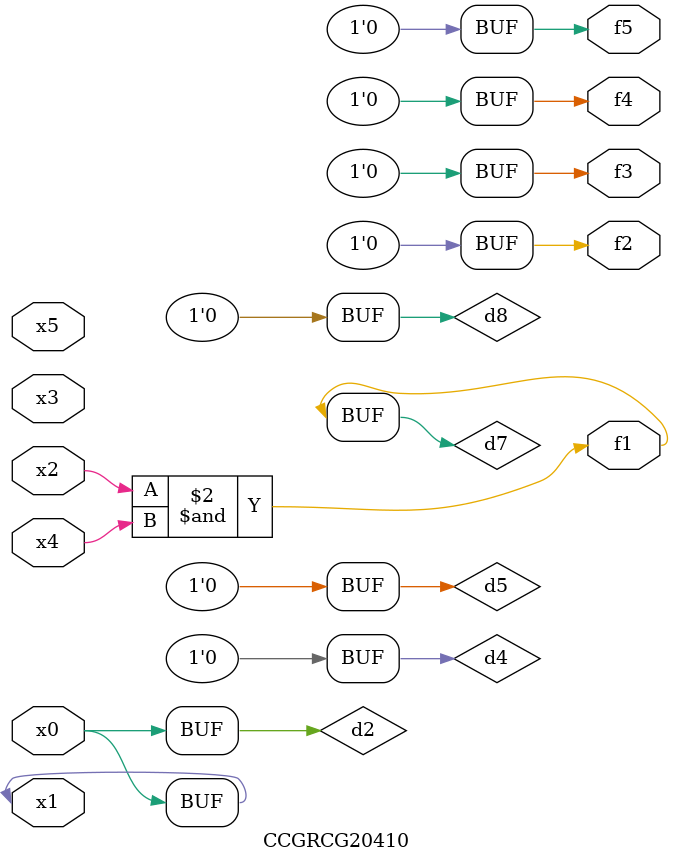
<source format=v>
module CCGRCG20410(
	input x0, x1, x2, x3, x4, x5,
	output f1, f2, f3, f4, f5
);

	wire d1, d2, d3, d4, d5, d6, d7, d8, d9;

	nand (d1, x1);
	buf (d2, x0, x1);
	nand (d3, x2, x4);
	and (d4, d1, d2);
	and (d5, d1, d2);
	nand (d6, d1, d3);
	not (d7, d3);
	xor (d8, d5);
	nor (d9, d5, d6);
	assign f1 = d7;
	assign f2 = d8;
	assign f3 = d8;
	assign f4 = d8;
	assign f5 = d8;
endmodule

</source>
